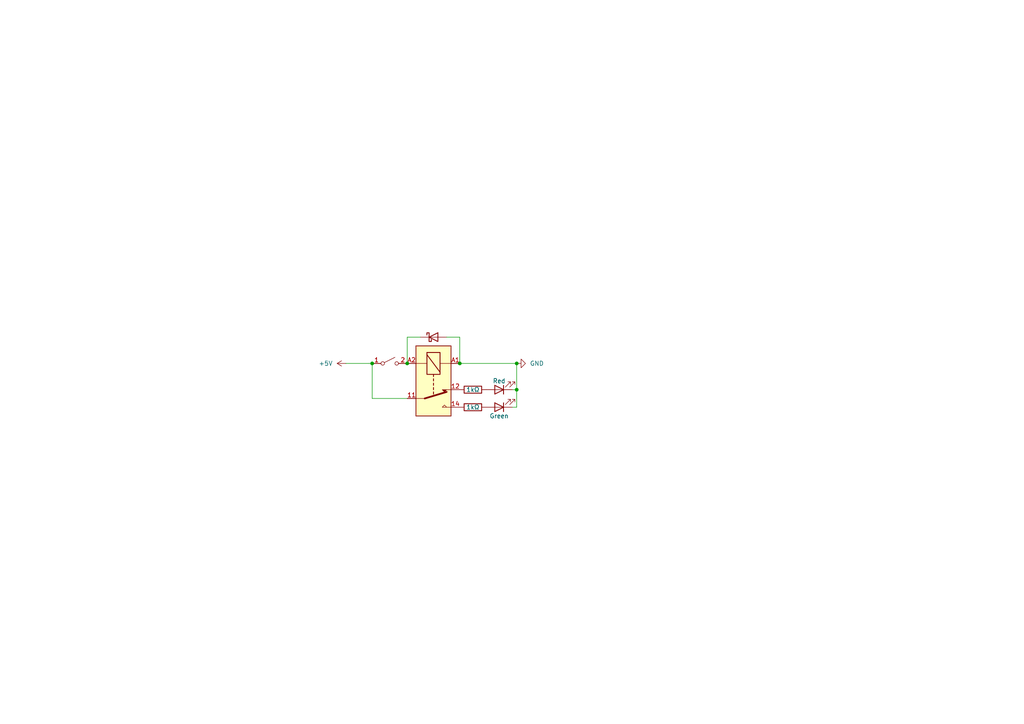
<source format=kicad_sch>
(kicad_sch (version 20230121) (generator eeschema)
  (paper "A4")
  (lib_symbols
    (symbol "Device:D_Schottky" (pin_numbers hide) (pin_names (offset 1.016) hide)
      (property "Reference" "D" (at 0 2.54 0))
      (property "Value" "D_Schottky" (at 0 -2.54 0))
      (symbol "D_Schottky_0_1"
        (polyline (pts (xy 1.27 0) (xy -1.27 0)))
        (polyline (pts (xy 1.27 1.27) (xy 1.27 -1.27) (xy -1.27 0) (xy 1.27 1.27)) (stroke (width 0.254)))
        (polyline (pts (xy -1.905 0.635) (xy -1.905 1.27) (xy -1.27 1.27) (xy -1.27 -1.27) (xy -0.635 -1.27) (xy -0.635 -0.635)) (stroke (width 0.254)))
      )
      (symbol "D_Schottky_1_1"
        (pin passive line (at -3.81 0 0) (length 2.54) (name "K") (number "1"))
        (pin passive line (at 3.81 0 180) (length 2.54) (name "A") (number "2"))
      )
    )
    (symbol "Device:LED" (pin_numbers hide) (pin_names (offset 1.016) hide)
      (property "Reference" "D" (at 0 2.54 0))
      (property "Value" "LED" (at 0 -2.54 0))
      (symbol "LED_0_1"
        (polyline (pts (xy -1.27 -1.27) (xy -1.27 1.27)) (stroke (width 0.254)))
        (polyline (pts (xy -1.27 0) (xy 1.27 0)))
        (polyline (pts (xy 1.27 -1.27) (xy 1.27 1.27) (xy -1.27 0) (xy 1.27 -1.27)) (stroke (width 0.254)))
        (polyline (pts (xy -3.048 -0.762) (xy -4.572 -2.286) (xy -3.81 -2.286) (xy -4.572 -2.286) (xy -4.572 -1.524)))
        (polyline (pts (xy -1.778 -0.762) (xy -3.302 -2.286) (xy -2.54 -2.286) (xy -3.302 -2.286) (xy -3.302 -1.524)))
      )
      (symbol "LED_1_1"
        (pin passive line (at -3.81 0 0) (length 2.54) (name "K") (number "1"))
        (pin passive line (at 3.81 0 180) (length 2.54) (name "A") (number "2"))
      )
    )
    (symbol "Device:R" (pin_numbers hide) (pin_names (offset 0))
      (property "Reference" "R" (at 2.032 0 90))
      (property "Value" "R" (at 0 0 90))
      (symbol "R_0_1"
        (rectangle (start -1.016 -2.54) (end 1.016 2.54) (stroke (width 0.254)))
      )
      (symbol "R_1_1"
        (pin passive line (at 0 3.81 270) (length 1.27) (name "~") (number "1"))
        (pin passive line (at 0 -3.81 90) (length 1.27) (name "~") (number "2"))
      )
    )
    (symbol "Relay:Relay_SPDT"
      (property "Reference" "K" (at 11.43 3.81 0))
      (property "Value" "Relay_SPDT" (at 11.43 1.27 0))
      (symbol "Relay_SPDT_0_0"
        (polyline (pts (xy 7.62 5.08) (xy 7.62 2.54) (xy 6.985 3.175) (xy 7.62 3.81)))
      )
      (symbol "Relay_SPDT_0_1"
        (rectangle (start -10.16 5.08) (end 10.16 -5.08) (stroke (width 0.254)) (fill (type background)))
        (rectangle (start -8.255 1.905) (end -1.905 -1.905) (stroke (width 0.254)))
        (polyline (pts (xy -7.62 -1.905) (xy -2.54 1.905)) (stroke (width 0.254)))
        (polyline (pts (xy -5.08 -5.08) (xy -5.08 -1.905)))
        (polyline (pts (xy -5.08 5.08) (xy -5.08 1.905)))
        (polyline (pts (xy -1.905 0) (xy -1.27 0)) (stroke (width 0.254)))
        (polyline (pts (xy -0.635 0) (xy 0 0)) (stroke (width 0.254)))
        (polyline (pts (xy 0.635 0) (xy 1.27 0)) (stroke (width 0.254)))
        (polyline (pts (xy 1.905 0) (xy 2.54 0)) (stroke (width 0.254)))
        (polyline (pts (xy 3.175 0) (xy 3.81 0)) (stroke (width 0.254)))
        (polyline (pts (xy 5.08 -2.54) (xy 3.175 3.81)) (stroke (width 0.508)))
        (polyline (pts (xy 5.08 -2.54) (xy 5.08 -5.08)))
        (polyline (pts (xy 2.54 5.08) (xy 2.54 2.54) (xy 3.175 3.175) (xy 2.54 3.81)) (fill (type outline)))
      )
      (symbol "Relay_SPDT_1_1"
        (pin passive line (at 5.08 -7.62 90) (length 2.54) (name "~") (number "11"))
        (pin passive line (at 2.54 7.62 270) (length 2.54) (name "~") (number "12"))
        (pin passive line (at 7.62 7.62 270) (length 2.54) (name "~") (number "14"))
        (pin passive line (at -5.08 7.62 270) (length 2.54) (name "~") (number "A1"))
        (pin passive line (at -5.08 -7.62 90) (length 2.54) (name "~") (number "A2"))
      )
    )
    (symbol "Switch:SW_SPST" (pin_names (offset 0) hide)
      (property "Reference" "SW" (at 0 3.175 0))
      (property "Value" "SW_SPST" (at 0 -2.54 0))
      (symbol "SW_SPST_0_0"
        (circle (center -2.032 0) (radius 0.508))
        (polyline (pts (xy -1.524 0.254) (xy 1.524 1.778)))
        (circle (center 2.032 0) (radius 0.508))
      )
      (symbol "SW_SPST_1_1"
        (pin passive line (at -5.08 0 0) (length 2.54) (name "A") (number "1"))
        (pin passive line (at 5.08 0 180) (length 2.54) (name "B") (number "2"))
      )
    )
    (symbol "power:+5V" (power) (pin_names (offset 0))
      (property "Value" "+5V" (at 0 3.556 0))
      (symbol "+5V_0_1"
        (polyline (pts (xy -0.762 1.27) (xy 0 2.54)))
        (polyline (pts (xy 0 0) (xy 0 2.54)))
        (polyline (pts (xy 0 2.54) (xy 0.762 1.27)))
      )
      (symbol "+5V_1_1"
        (pin power_in line (at 0 0 90) (length 0) hide (name "+5V") (number "1"))
      )
    )
    (symbol "power:GND" (power) (pin_names (offset 0))
      (property "Value" "GND" (at 0 -3.81 0))
      (symbol "GND_0_1"
        (polyline (pts (xy 0 0) (xy 0 -1.27) (xy 1.27 -1.27) (xy 0 -2.54) (xy -1.27 -1.27) (xy 0 -1.27)))
      )
      (symbol "GND_1_1"
        (pin power_in line (at 0 0 270) (length 0) hide (name "GND") (number "1"))
      )
    )
  )
  (junction (at 149.86 113.03))
  (junction (at 149.86 105.41))
  (junction (at 133.35 105.41))
  (junction (at 107.95 105.41))
  (junction (at 118.11 105.41))
  (wire (pts (xy 133.35 105.41) (xy 133.35 97.79)))
  (wire (pts (xy 100.33 105.41) (xy 107.95 105.41)))
  (wire (pts (xy 133.35 105.41) (xy 149.86 105.41)))
  (wire (pts (xy 148.59 113.03) (xy 149.86 113.03)))
  (wire (pts (xy 133.35 97.79) (xy 129.54 97.79)))
  (wire (pts (xy 118.11 105.41) (xy 118.11 97.79)))
  (wire (pts (xy 118.11 97.79) (xy 121.92 97.79)))
  (wire (pts (xy 148.59 118.11) (xy 149.86 118.11)))
  (wire (pts (xy 149.86 118.11) (xy 149.86 113.03)))
  (wire (pts (xy 118.11 115.57) (xy 107.95 115.57)))
  (wire (pts (xy 149.86 113.03) (xy 149.86 105.41)))
  (wire (pts (xy 107.95 115.57) (xy 107.95 105.41)))
  (symbol (lib_id "Switch:SW_SPST") (at 113.03 105.41 0) (unit 1)
    (property "Reference" "SW1" (effects hide))
    (property "Value" "SW_SPST" (effects hide))
  )
  (symbol (lib_id "power:GND") (at 149.86 105.41 90) (unit 1)
    (property "Reference" "#PWR02" (effects hide))
    (property "Value" "GND" (at 153.67 105.41 90) (effects (justify right)))
  )
  (symbol (lib_id "Device:R") (at 137.16 113.03 90) (unit 1)
    (property "Reference" "1kΩ" (at 137.16 113.03 90))
    (property "Value" "R" (effects hide))
  )
  (symbol (lib_id "Device:R") (at 137.16 118.11 90) (unit 1)
    (property "Reference" "1kΩ" (at 137.16 118.11 90))
    (property "Value" "R" (effects hide))
  )
  (symbol (lib_id "Device:D_Schottky") (at 125.73 97.79 0) (unit 1)
    (property "Reference" "D1" (effects hide))
    (property "Value" "D_Schottky" (effects hide))
  )
  (symbol (lib_id "Device:LED") (at 144.78 118.11 180) (unit 1)
    (property "Reference" "Green" (at 144.78 120.65 0))
    (property "Value" "LED" (effects hide))
  )
  (symbol (lib_id "power:+5V") (at 100.33 105.41 90) (unit 1)
    (property "Reference" "#PWR01" (effects hide))
    (property "Value" "+5V" (at 96.52 105.41 90) (effects (justify left)))
  )
  (symbol (lib_id "Device:LED") (at 144.78 113.03 180) (unit 1)
    (property "Reference" "Red" (at 144.78 110.49 0))
    (property "Value" "LED" (effects hide))
  )
  (symbol (lib_id "Relay:Relay_SPDT") (at 125.73 110.49 270) (unit 1)
    (property "Reference" "K1" (effects hide))
    (property "Value" "Relay_SPDT" (effects hide))
  )
)
</source>
